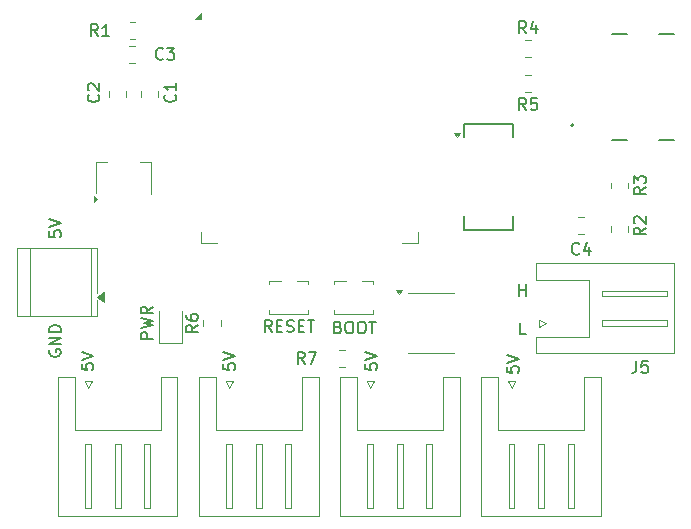
<source format=gto>
G04 #@! TF.GenerationSoftware,KiCad,Pcbnew,9.0.7*
G04 #@! TF.CreationDate,2026-01-19T10:27:03-08:00*
G04 #@! TF.ProjectId,Tesla Ambient Lighting,5465736c-6120-4416-9d62-69656e74204c,rev?*
G04 #@! TF.SameCoordinates,Original*
G04 #@! TF.FileFunction,Legend,Top*
G04 #@! TF.FilePolarity,Positive*
%FSLAX46Y46*%
G04 Gerber Fmt 4.6, Leading zero omitted, Abs format (unit mm)*
G04 Created by KiCad (PCBNEW 9.0.7) date 2026-01-19 10:27:03*
%MOMM*%
%LPD*%
G01*
G04 APERTURE LIST*
%ADD10C,0.150000*%
%ADD11C,0.120000*%
%ADD12C,0.200000*%
G04 APERTURE END LIST*
D10*
X124954819Y-114440476D02*
X124954819Y-114916666D01*
X124954819Y-114916666D02*
X125431009Y-114964285D01*
X125431009Y-114964285D02*
X125383390Y-114916666D01*
X125383390Y-114916666D02*
X125335771Y-114821428D01*
X125335771Y-114821428D02*
X125335771Y-114583333D01*
X125335771Y-114583333D02*
X125383390Y-114488095D01*
X125383390Y-114488095D02*
X125431009Y-114440476D01*
X125431009Y-114440476D02*
X125526247Y-114392857D01*
X125526247Y-114392857D02*
X125764342Y-114392857D01*
X125764342Y-114392857D02*
X125859580Y-114440476D01*
X125859580Y-114440476D02*
X125907200Y-114488095D01*
X125907200Y-114488095D02*
X125954819Y-114583333D01*
X125954819Y-114583333D02*
X125954819Y-114821428D01*
X125954819Y-114821428D02*
X125907200Y-114916666D01*
X125907200Y-114916666D02*
X125859580Y-114964285D01*
X124954819Y-114107142D02*
X125954819Y-113773809D01*
X125954819Y-113773809D02*
X124954819Y-113440476D01*
X136954819Y-114440476D02*
X136954819Y-114916666D01*
X136954819Y-114916666D02*
X137431009Y-114964285D01*
X137431009Y-114964285D02*
X137383390Y-114916666D01*
X137383390Y-114916666D02*
X137335771Y-114821428D01*
X137335771Y-114821428D02*
X137335771Y-114583333D01*
X137335771Y-114583333D02*
X137383390Y-114488095D01*
X137383390Y-114488095D02*
X137431009Y-114440476D01*
X137431009Y-114440476D02*
X137526247Y-114392857D01*
X137526247Y-114392857D02*
X137764342Y-114392857D01*
X137764342Y-114392857D02*
X137859580Y-114440476D01*
X137859580Y-114440476D02*
X137907200Y-114488095D01*
X137907200Y-114488095D02*
X137954819Y-114583333D01*
X137954819Y-114583333D02*
X137954819Y-114821428D01*
X137954819Y-114821428D02*
X137907200Y-114916666D01*
X137907200Y-114916666D02*
X137859580Y-114964285D01*
X136954819Y-114107142D02*
X137954819Y-113773809D01*
X137954819Y-113773809D02*
X136954819Y-113440476D01*
X122204819Y-103210476D02*
X122204819Y-103686666D01*
X122204819Y-103686666D02*
X122681009Y-103734285D01*
X122681009Y-103734285D02*
X122633390Y-103686666D01*
X122633390Y-103686666D02*
X122585771Y-103591428D01*
X122585771Y-103591428D02*
X122585771Y-103353333D01*
X122585771Y-103353333D02*
X122633390Y-103258095D01*
X122633390Y-103258095D02*
X122681009Y-103210476D01*
X122681009Y-103210476D02*
X122776247Y-103162857D01*
X122776247Y-103162857D02*
X123014342Y-103162857D01*
X123014342Y-103162857D02*
X123109580Y-103210476D01*
X123109580Y-103210476D02*
X123157200Y-103258095D01*
X123157200Y-103258095D02*
X123204819Y-103353333D01*
X123204819Y-103353333D02*
X123204819Y-103591428D01*
X123204819Y-103591428D02*
X123157200Y-103686666D01*
X123157200Y-103686666D02*
X123109580Y-103734285D01*
X122204819Y-102877142D02*
X123204819Y-102543809D01*
X123204819Y-102543809D02*
X122204819Y-102210476D01*
X148954819Y-114440476D02*
X148954819Y-114916666D01*
X148954819Y-114916666D02*
X149431009Y-114964285D01*
X149431009Y-114964285D02*
X149383390Y-114916666D01*
X149383390Y-114916666D02*
X149335771Y-114821428D01*
X149335771Y-114821428D02*
X149335771Y-114583333D01*
X149335771Y-114583333D02*
X149383390Y-114488095D01*
X149383390Y-114488095D02*
X149431009Y-114440476D01*
X149431009Y-114440476D02*
X149526247Y-114392857D01*
X149526247Y-114392857D02*
X149764342Y-114392857D01*
X149764342Y-114392857D02*
X149859580Y-114440476D01*
X149859580Y-114440476D02*
X149907200Y-114488095D01*
X149907200Y-114488095D02*
X149954819Y-114583333D01*
X149954819Y-114583333D02*
X149954819Y-114821428D01*
X149954819Y-114821428D02*
X149907200Y-114916666D01*
X149907200Y-114916666D02*
X149859580Y-114964285D01*
X148954819Y-114107142D02*
X149954819Y-113773809D01*
X149954819Y-113773809D02*
X148954819Y-113440476D01*
X162559523Y-111954819D02*
X162083333Y-111954819D01*
X162083333Y-111954819D02*
X162083333Y-110954819D01*
X146670112Y-111346009D02*
X146812969Y-111393628D01*
X146812969Y-111393628D02*
X146860588Y-111441247D01*
X146860588Y-111441247D02*
X146908207Y-111536485D01*
X146908207Y-111536485D02*
X146908207Y-111679342D01*
X146908207Y-111679342D02*
X146860588Y-111774580D01*
X146860588Y-111774580D02*
X146812969Y-111822200D01*
X146812969Y-111822200D02*
X146717731Y-111869819D01*
X146717731Y-111869819D02*
X146336779Y-111869819D01*
X146336779Y-111869819D02*
X146336779Y-110869819D01*
X146336779Y-110869819D02*
X146670112Y-110869819D01*
X146670112Y-110869819D02*
X146765350Y-110917438D01*
X146765350Y-110917438D02*
X146812969Y-110965057D01*
X146812969Y-110965057D02*
X146860588Y-111060295D01*
X146860588Y-111060295D02*
X146860588Y-111155533D01*
X146860588Y-111155533D02*
X146812969Y-111250771D01*
X146812969Y-111250771D02*
X146765350Y-111298390D01*
X146765350Y-111298390D02*
X146670112Y-111346009D01*
X146670112Y-111346009D02*
X146336779Y-111346009D01*
X147527255Y-110869819D02*
X147717731Y-110869819D01*
X147717731Y-110869819D02*
X147812969Y-110917438D01*
X147812969Y-110917438D02*
X147908207Y-111012676D01*
X147908207Y-111012676D02*
X147955826Y-111203152D01*
X147955826Y-111203152D02*
X147955826Y-111536485D01*
X147955826Y-111536485D02*
X147908207Y-111726961D01*
X147908207Y-111726961D02*
X147812969Y-111822200D01*
X147812969Y-111822200D02*
X147717731Y-111869819D01*
X147717731Y-111869819D02*
X147527255Y-111869819D01*
X147527255Y-111869819D02*
X147432017Y-111822200D01*
X147432017Y-111822200D02*
X147336779Y-111726961D01*
X147336779Y-111726961D02*
X147289160Y-111536485D01*
X147289160Y-111536485D02*
X147289160Y-111203152D01*
X147289160Y-111203152D02*
X147336779Y-111012676D01*
X147336779Y-111012676D02*
X147432017Y-110917438D01*
X147432017Y-110917438D02*
X147527255Y-110869819D01*
X148574874Y-110869819D02*
X148765350Y-110869819D01*
X148765350Y-110869819D02*
X148860588Y-110917438D01*
X148860588Y-110917438D02*
X148955826Y-111012676D01*
X148955826Y-111012676D02*
X149003445Y-111203152D01*
X149003445Y-111203152D02*
X149003445Y-111536485D01*
X149003445Y-111536485D02*
X148955826Y-111726961D01*
X148955826Y-111726961D02*
X148860588Y-111822200D01*
X148860588Y-111822200D02*
X148765350Y-111869819D01*
X148765350Y-111869819D02*
X148574874Y-111869819D01*
X148574874Y-111869819D02*
X148479636Y-111822200D01*
X148479636Y-111822200D02*
X148384398Y-111726961D01*
X148384398Y-111726961D02*
X148336779Y-111536485D01*
X148336779Y-111536485D02*
X148336779Y-111203152D01*
X148336779Y-111203152D02*
X148384398Y-111012676D01*
X148384398Y-111012676D02*
X148479636Y-110917438D01*
X148479636Y-110917438D02*
X148574874Y-110869819D01*
X149289160Y-110869819D02*
X149860588Y-110869819D01*
X149574874Y-111869819D02*
X149574874Y-110869819D01*
X122252438Y-113281904D02*
X122204819Y-113377142D01*
X122204819Y-113377142D02*
X122204819Y-113519999D01*
X122204819Y-113519999D02*
X122252438Y-113662856D01*
X122252438Y-113662856D02*
X122347676Y-113758094D01*
X122347676Y-113758094D02*
X122442914Y-113805713D01*
X122442914Y-113805713D02*
X122633390Y-113853332D01*
X122633390Y-113853332D02*
X122776247Y-113853332D01*
X122776247Y-113853332D02*
X122966723Y-113805713D01*
X122966723Y-113805713D02*
X123061961Y-113758094D01*
X123061961Y-113758094D02*
X123157200Y-113662856D01*
X123157200Y-113662856D02*
X123204819Y-113519999D01*
X123204819Y-113519999D02*
X123204819Y-113424761D01*
X123204819Y-113424761D02*
X123157200Y-113281904D01*
X123157200Y-113281904D02*
X123109580Y-113234285D01*
X123109580Y-113234285D02*
X122776247Y-113234285D01*
X122776247Y-113234285D02*
X122776247Y-113424761D01*
X123204819Y-112805713D02*
X122204819Y-112805713D01*
X122204819Y-112805713D02*
X123204819Y-112234285D01*
X123204819Y-112234285D02*
X122204819Y-112234285D01*
X123204819Y-111758094D02*
X122204819Y-111758094D01*
X122204819Y-111758094D02*
X122204819Y-111519999D01*
X122204819Y-111519999D02*
X122252438Y-111377142D01*
X122252438Y-111377142D02*
X122347676Y-111281904D01*
X122347676Y-111281904D02*
X122442914Y-111234285D01*
X122442914Y-111234285D02*
X122633390Y-111186666D01*
X122633390Y-111186666D02*
X122776247Y-111186666D01*
X122776247Y-111186666D02*
X122966723Y-111234285D01*
X122966723Y-111234285D02*
X123061961Y-111281904D01*
X123061961Y-111281904D02*
X123157200Y-111377142D01*
X123157200Y-111377142D02*
X123204819Y-111519999D01*
X123204819Y-111519999D02*
X123204819Y-111758094D01*
X161964286Y-108704819D02*
X161964286Y-107704819D01*
X161964286Y-108181009D02*
X162535714Y-108181009D01*
X162535714Y-108704819D02*
X162535714Y-107704819D01*
X160954819Y-114690476D02*
X160954819Y-115166666D01*
X160954819Y-115166666D02*
X161431009Y-115214285D01*
X161431009Y-115214285D02*
X161383390Y-115166666D01*
X161383390Y-115166666D02*
X161335771Y-115071428D01*
X161335771Y-115071428D02*
X161335771Y-114833333D01*
X161335771Y-114833333D02*
X161383390Y-114738095D01*
X161383390Y-114738095D02*
X161431009Y-114690476D01*
X161431009Y-114690476D02*
X161526247Y-114642857D01*
X161526247Y-114642857D02*
X161764342Y-114642857D01*
X161764342Y-114642857D02*
X161859580Y-114690476D01*
X161859580Y-114690476D02*
X161907200Y-114738095D01*
X161907200Y-114738095D02*
X161954819Y-114833333D01*
X161954819Y-114833333D02*
X161954819Y-115071428D01*
X161954819Y-115071428D02*
X161907200Y-115166666D01*
X161907200Y-115166666D02*
X161859580Y-115214285D01*
X160954819Y-114357142D02*
X161954819Y-114023809D01*
X161954819Y-114023809D02*
X160954819Y-113690476D01*
X171916666Y-114204819D02*
X171916666Y-114919104D01*
X171916666Y-114919104D02*
X171869047Y-115061961D01*
X171869047Y-115061961D02*
X171773809Y-115157200D01*
X171773809Y-115157200D02*
X171630952Y-115204819D01*
X171630952Y-115204819D02*
X171535714Y-115204819D01*
X172869047Y-114204819D02*
X172392857Y-114204819D01*
X172392857Y-114204819D02*
X172345238Y-114681009D01*
X172345238Y-114681009D02*
X172392857Y-114633390D01*
X172392857Y-114633390D02*
X172488095Y-114585771D01*
X172488095Y-114585771D02*
X172726190Y-114585771D01*
X172726190Y-114585771D02*
X172821428Y-114633390D01*
X172821428Y-114633390D02*
X172869047Y-114681009D01*
X172869047Y-114681009D02*
X172916666Y-114776247D01*
X172916666Y-114776247D02*
X172916666Y-115014342D01*
X172916666Y-115014342D02*
X172869047Y-115109580D01*
X172869047Y-115109580D02*
X172821428Y-115157200D01*
X172821428Y-115157200D02*
X172726190Y-115204819D01*
X172726190Y-115204819D02*
X172488095Y-115204819D01*
X172488095Y-115204819D02*
X172392857Y-115157200D01*
X172392857Y-115157200D02*
X172345238Y-115109580D01*
X167083333Y-105109580D02*
X167035714Y-105157200D01*
X167035714Y-105157200D02*
X166892857Y-105204819D01*
X166892857Y-105204819D02*
X166797619Y-105204819D01*
X166797619Y-105204819D02*
X166654762Y-105157200D01*
X166654762Y-105157200D02*
X166559524Y-105061961D01*
X166559524Y-105061961D02*
X166511905Y-104966723D01*
X166511905Y-104966723D02*
X166464286Y-104776247D01*
X166464286Y-104776247D02*
X166464286Y-104633390D01*
X166464286Y-104633390D02*
X166511905Y-104442914D01*
X166511905Y-104442914D02*
X166559524Y-104347676D01*
X166559524Y-104347676D02*
X166654762Y-104252438D01*
X166654762Y-104252438D02*
X166797619Y-104204819D01*
X166797619Y-104204819D02*
X166892857Y-104204819D01*
X166892857Y-104204819D02*
X167035714Y-104252438D01*
X167035714Y-104252438D02*
X167083333Y-104300057D01*
X167940476Y-104538152D02*
X167940476Y-105204819D01*
X167702381Y-104157200D02*
X167464286Y-104871485D01*
X167464286Y-104871485D02*
X168083333Y-104871485D01*
X134804819Y-111166666D02*
X134328628Y-111499999D01*
X134804819Y-111738094D02*
X133804819Y-111738094D01*
X133804819Y-111738094D02*
X133804819Y-111357142D01*
X133804819Y-111357142D02*
X133852438Y-111261904D01*
X133852438Y-111261904D02*
X133900057Y-111214285D01*
X133900057Y-111214285D02*
X133995295Y-111166666D01*
X133995295Y-111166666D02*
X134138152Y-111166666D01*
X134138152Y-111166666D02*
X134233390Y-111214285D01*
X134233390Y-111214285D02*
X134281009Y-111261904D01*
X134281009Y-111261904D02*
X134328628Y-111357142D01*
X134328628Y-111357142D02*
X134328628Y-111738094D01*
X133804819Y-110309523D02*
X133804819Y-110499999D01*
X133804819Y-110499999D02*
X133852438Y-110595237D01*
X133852438Y-110595237D02*
X133900057Y-110642856D01*
X133900057Y-110642856D02*
X134042914Y-110738094D01*
X134042914Y-110738094D02*
X134233390Y-110785713D01*
X134233390Y-110785713D02*
X134614342Y-110785713D01*
X134614342Y-110785713D02*
X134709580Y-110738094D01*
X134709580Y-110738094D02*
X134757200Y-110690475D01*
X134757200Y-110690475D02*
X134804819Y-110595237D01*
X134804819Y-110595237D02*
X134804819Y-110404761D01*
X134804819Y-110404761D02*
X134757200Y-110309523D01*
X134757200Y-110309523D02*
X134709580Y-110261904D01*
X134709580Y-110261904D02*
X134614342Y-110214285D01*
X134614342Y-110214285D02*
X134376247Y-110214285D01*
X134376247Y-110214285D02*
X134281009Y-110261904D01*
X134281009Y-110261904D02*
X134233390Y-110309523D01*
X134233390Y-110309523D02*
X134185771Y-110404761D01*
X134185771Y-110404761D02*
X134185771Y-110595237D01*
X134185771Y-110595237D02*
X134233390Y-110690475D01*
X134233390Y-110690475D02*
X134281009Y-110738094D01*
X134281009Y-110738094D02*
X134376247Y-110785713D01*
X162583333Y-92954819D02*
X162250000Y-92478628D01*
X162011905Y-92954819D02*
X162011905Y-91954819D01*
X162011905Y-91954819D02*
X162392857Y-91954819D01*
X162392857Y-91954819D02*
X162488095Y-92002438D01*
X162488095Y-92002438D02*
X162535714Y-92050057D01*
X162535714Y-92050057D02*
X162583333Y-92145295D01*
X162583333Y-92145295D02*
X162583333Y-92288152D01*
X162583333Y-92288152D02*
X162535714Y-92383390D01*
X162535714Y-92383390D02*
X162488095Y-92431009D01*
X162488095Y-92431009D02*
X162392857Y-92478628D01*
X162392857Y-92478628D02*
X162011905Y-92478628D01*
X163488095Y-91954819D02*
X163011905Y-91954819D01*
X163011905Y-91954819D02*
X162964286Y-92431009D01*
X162964286Y-92431009D02*
X163011905Y-92383390D01*
X163011905Y-92383390D02*
X163107143Y-92335771D01*
X163107143Y-92335771D02*
X163345238Y-92335771D01*
X163345238Y-92335771D02*
X163440476Y-92383390D01*
X163440476Y-92383390D02*
X163488095Y-92431009D01*
X163488095Y-92431009D02*
X163535714Y-92526247D01*
X163535714Y-92526247D02*
X163535714Y-92764342D01*
X163535714Y-92764342D02*
X163488095Y-92859580D01*
X163488095Y-92859580D02*
X163440476Y-92907200D01*
X163440476Y-92907200D02*
X163345238Y-92954819D01*
X163345238Y-92954819D02*
X163107143Y-92954819D01*
X163107143Y-92954819D02*
X163011905Y-92907200D01*
X163011905Y-92907200D02*
X162964286Y-92859580D01*
X141047618Y-111754819D02*
X140714285Y-111278628D01*
X140476190Y-111754819D02*
X140476190Y-110754819D01*
X140476190Y-110754819D02*
X140857142Y-110754819D01*
X140857142Y-110754819D02*
X140952380Y-110802438D01*
X140952380Y-110802438D02*
X140999999Y-110850057D01*
X140999999Y-110850057D02*
X141047618Y-110945295D01*
X141047618Y-110945295D02*
X141047618Y-111088152D01*
X141047618Y-111088152D02*
X140999999Y-111183390D01*
X140999999Y-111183390D02*
X140952380Y-111231009D01*
X140952380Y-111231009D02*
X140857142Y-111278628D01*
X140857142Y-111278628D02*
X140476190Y-111278628D01*
X141476190Y-111231009D02*
X141809523Y-111231009D01*
X141952380Y-111754819D02*
X141476190Y-111754819D01*
X141476190Y-111754819D02*
X141476190Y-110754819D01*
X141476190Y-110754819D02*
X141952380Y-110754819D01*
X142333333Y-111707200D02*
X142476190Y-111754819D01*
X142476190Y-111754819D02*
X142714285Y-111754819D01*
X142714285Y-111754819D02*
X142809523Y-111707200D01*
X142809523Y-111707200D02*
X142857142Y-111659580D01*
X142857142Y-111659580D02*
X142904761Y-111564342D01*
X142904761Y-111564342D02*
X142904761Y-111469104D01*
X142904761Y-111469104D02*
X142857142Y-111373866D01*
X142857142Y-111373866D02*
X142809523Y-111326247D01*
X142809523Y-111326247D02*
X142714285Y-111278628D01*
X142714285Y-111278628D02*
X142523809Y-111231009D01*
X142523809Y-111231009D02*
X142428571Y-111183390D01*
X142428571Y-111183390D02*
X142380952Y-111135771D01*
X142380952Y-111135771D02*
X142333333Y-111040533D01*
X142333333Y-111040533D02*
X142333333Y-110945295D01*
X142333333Y-110945295D02*
X142380952Y-110850057D01*
X142380952Y-110850057D02*
X142428571Y-110802438D01*
X142428571Y-110802438D02*
X142523809Y-110754819D01*
X142523809Y-110754819D02*
X142761904Y-110754819D01*
X142761904Y-110754819D02*
X142904761Y-110802438D01*
X143333333Y-111231009D02*
X143666666Y-111231009D01*
X143809523Y-111754819D02*
X143333333Y-111754819D01*
X143333333Y-111754819D02*
X143333333Y-110754819D01*
X143333333Y-110754819D02*
X143809523Y-110754819D01*
X144095238Y-110754819D02*
X144666666Y-110754819D01*
X144380952Y-111754819D02*
X144380952Y-110754819D01*
X126333333Y-86704819D02*
X126000000Y-86228628D01*
X125761905Y-86704819D02*
X125761905Y-85704819D01*
X125761905Y-85704819D02*
X126142857Y-85704819D01*
X126142857Y-85704819D02*
X126238095Y-85752438D01*
X126238095Y-85752438D02*
X126285714Y-85800057D01*
X126285714Y-85800057D02*
X126333333Y-85895295D01*
X126333333Y-85895295D02*
X126333333Y-86038152D01*
X126333333Y-86038152D02*
X126285714Y-86133390D01*
X126285714Y-86133390D02*
X126238095Y-86181009D01*
X126238095Y-86181009D02*
X126142857Y-86228628D01*
X126142857Y-86228628D02*
X125761905Y-86228628D01*
X127285714Y-86704819D02*
X126714286Y-86704819D01*
X127000000Y-86704819D02*
X127000000Y-85704819D01*
X127000000Y-85704819D02*
X126904762Y-85847676D01*
X126904762Y-85847676D02*
X126809524Y-85942914D01*
X126809524Y-85942914D02*
X126714286Y-85990533D01*
X162583333Y-86454819D02*
X162250000Y-85978628D01*
X162011905Y-86454819D02*
X162011905Y-85454819D01*
X162011905Y-85454819D02*
X162392857Y-85454819D01*
X162392857Y-85454819D02*
X162488095Y-85502438D01*
X162488095Y-85502438D02*
X162535714Y-85550057D01*
X162535714Y-85550057D02*
X162583333Y-85645295D01*
X162583333Y-85645295D02*
X162583333Y-85788152D01*
X162583333Y-85788152D02*
X162535714Y-85883390D01*
X162535714Y-85883390D02*
X162488095Y-85931009D01*
X162488095Y-85931009D02*
X162392857Y-85978628D01*
X162392857Y-85978628D02*
X162011905Y-85978628D01*
X163440476Y-85788152D02*
X163440476Y-86454819D01*
X163202381Y-85407200D02*
X162964286Y-86121485D01*
X162964286Y-86121485D02*
X163583333Y-86121485D01*
X143833333Y-114454819D02*
X143500000Y-113978628D01*
X143261905Y-114454819D02*
X143261905Y-113454819D01*
X143261905Y-113454819D02*
X143642857Y-113454819D01*
X143642857Y-113454819D02*
X143738095Y-113502438D01*
X143738095Y-113502438D02*
X143785714Y-113550057D01*
X143785714Y-113550057D02*
X143833333Y-113645295D01*
X143833333Y-113645295D02*
X143833333Y-113788152D01*
X143833333Y-113788152D02*
X143785714Y-113883390D01*
X143785714Y-113883390D02*
X143738095Y-113931009D01*
X143738095Y-113931009D02*
X143642857Y-113978628D01*
X143642857Y-113978628D02*
X143261905Y-113978628D01*
X144166667Y-113454819D02*
X144833333Y-113454819D01*
X144833333Y-113454819D02*
X144404762Y-114454819D01*
X132859580Y-91666666D02*
X132907200Y-91714285D01*
X132907200Y-91714285D02*
X132954819Y-91857142D01*
X132954819Y-91857142D02*
X132954819Y-91952380D01*
X132954819Y-91952380D02*
X132907200Y-92095237D01*
X132907200Y-92095237D02*
X132811961Y-92190475D01*
X132811961Y-92190475D02*
X132716723Y-92238094D01*
X132716723Y-92238094D02*
X132526247Y-92285713D01*
X132526247Y-92285713D02*
X132383390Y-92285713D01*
X132383390Y-92285713D02*
X132192914Y-92238094D01*
X132192914Y-92238094D02*
X132097676Y-92190475D01*
X132097676Y-92190475D02*
X132002438Y-92095237D01*
X132002438Y-92095237D02*
X131954819Y-91952380D01*
X131954819Y-91952380D02*
X131954819Y-91857142D01*
X131954819Y-91857142D02*
X132002438Y-91714285D01*
X132002438Y-91714285D02*
X132050057Y-91666666D01*
X132954819Y-90714285D02*
X132954819Y-91285713D01*
X132954819Y-90999999D02*
X131954819Y-90999999D01*
X131954819Y-90999999D02*
X132097676Y-91095237D01*
X132097676Y-91095237D02*
X132192914Y-91190475D01*
X132192914Y-91190475D02*
X132240533Y-91285713D01*
X130954819Y-112333332D02*
X129954819Y-112333332D01*
X129954819Y-112333332D02*
X129954819Y-111952380D01*
X129954819Y-111952380D02*
X130002438Y-111857142D01*
X130002438Y-111857142D02*
X130050057Y-111809523D01*
X130050057Y-111809523D02*
X130145295Y-111761904D01*
X130145295Y-111761904D02*
X130288152Y-111761904D01*
X130288152Y-111761904D02*
X130383390Y-111809523D01*
X130383390Y-111809523D02*
X130431009Y-111857142D01*
X130431009Y-111857142D02*
X130478628Y-111952380D01*
X130478628Y-111952380D02*
X130478628Y-112333332D01*
X129954819Y-111428570D02*
X130954819Y-111190475D01*
X130954819Y-111190475D02*
X130240533Y-110999999D01*
X130240533Y-110999999D02*
X130954819Y-110809523D01*
X130954819Y-110809523D02*
X129954819Y-110571428D01*
X130954819Y-109619047D02*
X130478628Y-109952380D01*
X130954819Y-110190475D02*
X129954819Y-110190475D01*
X129954819Y-110190475D02*
X129954819Y-109809523D01*
X129954819Y-109809523D02*
X130002438Y-109714285D01*
X130002438Y-109714285D02*
X130050057Y-109666666D01*
X130050057Y-109666666D02*
X130145295Y-109619047D01*
X130145295Y-109619047D02*
X130288152Y-109619047D01*
X130288152Y-109619047D02*
X130383390Y-109666666D01*
X130383390Y-109666666D02*
X130431009Y-109714285D01*
X130431009Y-109714285D02*
X130478628Y-109809523D01*
X130478628Y-109809523D02*
X130478628Y-110190475D01*
X172704819Y-102916666D02*
X172228628Y-103249999D01*
X172704819Y-103488094D02*
X171704819Y-103488094D01*
X171704819Y-103488094D02*
X171704819Y-103107142D01*
X171704819Y-103107142D02*
X171752438Y-103011904D01*
X171752438Y-103011904D02*
X171800057Y-102964285D01*
X171800057Y-102964285D02*
X171895295Y-102916666D01*
X171895295Y-102916666D02*
X172038152Y-102916666D01*
X172038152Y-102916666D02*
X172133390Y-102964285D01*
X172133390Y-102964285D02*
X172181009Y-103011904D01*
X172181009Y-103011904D02*
X172228628Y-103107142D01*
X172228628Y-103107142D02*
X172228628Y-103488094D01*
X171800057Y-102535713D02*
X171752438Y-102488094D01*
X171752438Y-102488094D02*
X171704819Y-102392856D01*
X171704819Y-102392856D02*
X171704819Y-102154761D01*
X171704819Y-102154761D02*
X171752438Y-102059523D01*
X171752438Y-102059523D02*
X171800057Y-102011904D01*
X171800057Y-102011904D02*
X171895295Y-101964285D01*
X171895295Y-101964285D02*
X171990533Y-101964285D01*
X171990533Y-101964285D02*
X172133390Y-102011904D01*
X172133390Y-102011904D02*
X172704819Y-102583332D01*
X172704819Y-102583332D02*
X172704819Y-101964285D01*
X131833333Y-88609580D02*
X131785714Y-88657200D01*
X131785714Y-88657200D02*
X131642857Y-88704819D01*
X131642857Y-88704819D02*
X131547619Y-88704819D01*
X131547619Y-88704819D02*
X131404762Y-88657200D01*
X131404762Y-88657200D02*
X131309524Y-88561961D01*
X131309524Y-88561961D02*
X131261905Y-88466723D01*
X131261905Y-88466723D02*
X131214286Y-88276247D01*
X131214286Y-88276247D02*
X131214286Y-88133390D01*
X131214286Y-88133390D02*
X131261905Y-87942914D01*
X131261905Y-87942914D02*
X131309524Y-87847676D01*
X131309524Y-87847676D02*
X131404762Y-87752438D01*
X131404762Y-87752438D02*
X131547619Y-87704819D01*
X131547619Y-87704819D02*
X131642857Y-87704819D01*
X131642857Y-87704819D02*
X131785714Y-87752438D01*
X131785714Y-87752438D02*
X131833333Y-87800057D01*
X132166667Y-87704819D02*
X132785714Y-87704819D01*
X132785714Y-87704819D02*
X132452381Y-88085771D01*
X132452381Y-88085771D02*
X132595238Y-88085771D01*
X132595238Y-88085771D02*
X132690476Y-88133390D01*
X132690476Y-88133390D02*
X132738095Y-88181009D01*
X132738095Y-88181009D02*
X132785714Y-88276247D01*
X132785714Y-88276247D02*
X132785714Y-88514342D01*
X132785714Y-88514342D02*
X132738095Y-88609580D01*
X132738095Y-88609580D02*
X132690476Y-88657200D01*
X132690476Y-88657200D02*
X132595238Y-88704819D01*
X132595238Y-88704819D02*
X132309524Y-88704819D01*
X132309524Y-88704819D02*
X132214286Y-88657200D01*
X132214286Y-88657200D02*
X132166667Y-88609580D01*
X172704819Y-99504166D02*
X172228628Y-99837499D01*
X172704819Y-100075594D02*
X171704819Y-100075594D01*
X171704819Y-100075594D02*
X171704819Y-99694642D01*
X171704819Y-99694642D02*
X171752438Y-99599404D01*
X171752438Y-99599404D02*
X171800057Y-99551785D01*
X171800057Y-99551785D02*
X171895295Y-99504166D01*
X171895295Y-99504166D02*
X172038152Y-99504166D01*
X172038152Y-99504166D02*
X172133390Y-99551785D01*
X172133390Y-99551785D02*
X172181009Y-99599404D01*
X172181009Y-99599404D02*
X172228628Y-99694642D01*
X172228628Y-99694642D02*
X172228628Y-100075594D01*
X171704819Y-99170832D02*
X171704819Y-98551785D01*
X171704819Y-98551785D02*
X172085771Y-98885118D01*
X172085771Y-98885118D02*
X172085771Y-98742261D01*
X172085771Y-98742261D02*
X172133390Y-98647023D01*
X172133390Y-98647023D02*
X172181009Y-98599404D01*
X172181009Y-98599404D02*
X172276247Y-98551785D01*
X172276247Y-98551785D02*
X172514342Y-98551785D01*
X172514342Y-98551785D02*
X172609580Y-98599404D01*
X172609580Y-98599404D02*
X172657200Y-98647023D01*
X172657200Y-98647023D02*
X172704819Y-98742261D01*
X172704819Y-98742261D02*
X172704819Y-99027975D01*
X172704819Y-99027975D02*
X172657200Y-99123213D01*
X172657200Y-99123213D02*
X172609580Y-99170832D01*
X126359580Y-91666666D02*
X126407200Y-91714285D01*
X126407200Y-91714285D02*
X126454819Y-91857142D01*
X126454819Y-91857142D02*
X126454819Y-91952380D01*
X126454819Y-91952380D02*
X126407200Y-92095237D01*
X126407200Y-92095237D02*
X126311961Y-92190475D01*
X126311961Y-92190475D02*
X126216723Y-92238094D01*
X126216723Y-92238094D02*
X126026247Y-92285713D01*
X126026247Y-92285713D02*
X125883390Y-92285713D01*
X125883390Y-92285713D02*
X125692914Y-92238094D01*
X125692914Y-92238094D02*
X125597676Y-92190475D01*
X125597676Y-92190475D02*
X125502438Y-92095237D01*
X125502438Y-92095237D02*
X125454819Y-91952380D01*
X125454819Y-91952380D02*
X125454819Y-91857142D01*
X125454819Y-91857142D02*
X125502438Y-91714285D01*
X125502438Y-91714285D02*
X125550057Y-91666666D01*
X125550057Y-91285713D02*
X125502438Y-91238094D01*
X125502438Y-91238094D02*
X125454819Y-91142856D01*
X125454819Y-91142856D02*
X125454819Y-90904761D01*
X125454819Y-90904761D02*
X125502438Y-90809523D01*
X125502438Y-90809523D02*
X125550057Y-90761904D01*
X125550057Y-90761904D02*
X125645295Y-90714285D01*
X125645295Y-90714285D02*
X125740533Y-90714285D01*
X125740533Y-90714285D02*
X125883390Y-90761904D01*
X125883390Y-90761904D02*
X126454819Y-91333332D01*
X126454819Y-91333332D02*
X126454819Y-90714285D01*
D11*
G04 #@! TO.C,J5*
X163395000Y-105940000D02*
X163395000Y-107360000D01*
X163395000Y-107360000D02*
X167895000Y-107360000D01*
X163395000Y-112140000D02*
X167895000Y-112140000D01*
X163395000Y-113560000D02*
X163395000Y-112140000D01*
X163705000Y-110700000D02*
X164305000Y-111000000D01*
X163705000Y-111300000D02*
X163705000Y-110700000D01*
X164305000Y-111000000D02*
X163705000Y-111300000D01*
X167895000Y-107360000D02*
X167895000Y-109750000D01*
X167895000Y-112140000D02*
X167895000Y-109750000D01*
X169005000Y-108250000D02*
X169005000Y-108750000D01*
X169005000Y-108750000D02*
X174505000Y-108750000D01*
X169005000Y-110750000D02*
X169005000Y-111250000D01*
X169005000Y-111250000D02*
X174505000Y-111250000D01*
X174505000Y-108250000D02*
X169005000Y-108250000D01*
X174505000Y-108750000D02*
X174505000Y-108250000D01*
X174505000Y-110750000D02*
X169005000Y-110750000D01*
X174505000Y-111250000D02*
X174505000Y-110750000D01*
X175115000Y-105940000D02*
X163395000Y-105940000D01*
X175115000Y-109750000D02*
X175115000Y-105940000D01*
X175115000Y-109750000D02*
X175115000Y-113560000D01*
X175115000Y-113560000D02*
X163395000Y-113560000D01*
G04 #@! TO.C,U4*
X126140000Y-99970000D02*
X126140000Y-97390000D01*
X127120000Y-97390000D02*
X126140000Y-97390000D01*
X129880000Y-97390000D02*
X130860000Y-97390000D01*
X130860000Y-97390000D02*
X130860000Y-100110000D01*
X126290000Y-100520000D02*
X125960000Y-100760000D01*
X125960000Y-100280000D01*
X126290000Y-100520000D01*
G36*
X126290000Y-100520000D02*
G01*
X125960000Y-100760000D01*
X125960000Y-100280000D01*
X126290000Y-100520000D01*
G37*
D12*
G04 #@! TO.C,J6*
X169850000Y-86530000D02*
X171100000Y-86530000D01*
X169850000Y-95470000D02*
X171100000Y-95470000D01*
X173820000Y-95470000D02*
X175100000Y-95470000D01*
X175100000Y-86530000D02*
X173820000Y-86530000D01*
X166600000Y-94250000D02*
G75*
G02*
X166400000Y-94250000I-100000J0D01*
G01*
X166400000Y-94250000D02*
G75*
G02*
X166600000Y-94250000I100000J0D01*
G01*
D10*
G04 #@! TO.C,U5*
X157325000Y-94132500D02*
X161475000Y-94132500D01*
X157325000Y-95242500D02*
X157325000Y-94132500D01*
X157325000Y-103082500D02*
X157325000Y-101972500D01*
X157325000Y-103082500D02*
X161475000Y-103082500D01*
X161475000Y-94132500D02*
X161475000Y-95242500D01*
X161475000Y-103082500D02*
X161475000Y-101972500D01*
D11*
X156762500Y-95242500D02*
X156522500Y-94912500D01*
X157002500Y-94912500D01*
X156762500Y-95242500D01*
G36*
X156762500Y-95242500D02*
G01*
X156522500Y-94912500D01*
X157002500Y-94912500D01*
X156762500Y-95242500D01*
G37*
G04 #@! TO.C,C4*
X166988748Y-102015000D02*
X167511252Y-102015000D01*
X166988748Y-103485000D02*
X167511252Y-103485000D01*
G04 #@! TO.C,R6*
X135265000Y-111227064D02*
X135265000Y-110772936D01*
X136735000Y-111227064D02*
X136735000Y-110772936D01*
G04 #@! TO.C,R5*
X162977064Y-87015000D02*
X162522936Y-87015000D01*
X162977064Y-88485000D02*
X162522936Y-88485000D01*
G04 #@! TO.C,RESET*
X140850000Y-107430000D02*
X140850000Y-107720000D01*
X140850000Y-107430000D02*
X141850000Y-107430000D01*
X140850000Y-110220000D02*
X140850000Y-109930000D01*
X144150000Y-107430000D02*
X143150000Y-107430000D01*
X144150000Y-107720000D02*
X144150000Y-107430000D01*
X144150000Y-109930000D02*
X144150000Y-110220000D01*
X144150000Y-110220000D02*
X140850000Y-110220000D01*
G04 #@! TO.C,SW1*
X146350000Y-107430000D02*
X146350000Y-107720000D01*
X146350000Y-107430000D02*
X147350000Y-107430000D01*
X146350000Y-110220000D02*
X146350000Y-109930000D01*
X149650000Y-107430000D02*
X148650000Y-107430000D01*
X149650000Y-107720000D02*
X149650000Y-107430000D01*
X149650000Y-109930000D02*
X149650000Y-110220000D01*
X149650000Y-110220000D02*
X146350000Y-110220000D01*
G04 #@! TO.C,J3*
X146840000Y-115590000D02*
X148260000Y-115590000D01*
X146840000Y-127310000D02*
X146840000Y-115590000D01*
X148260000Y-115590000D02*
X148260000Y-120090000D01*
X148260000Y-120090000D02*
X151900000Y-120090000D01*
X149100000Y-115900000D02*
X149700000Y-115900000D01*
X149150000Y-121200000D02*
X149150000Y-126700000D01*
X149150000Y-126700000D02*
X149650000Y-126700000D01*
X149400000Y-116500000D02*
X149100000Y-115900000D01*
X149650000Y-121200000D02*
X149150000Y-121200000D01*
X149650000Y-126700000D02*
X149650000Y-121200000D01*
X149700000Y-115900000D02*
X149400000Y-116500000D01*
X151650000Y-121200000D02*
X151650000Y-126700000D01*
X151650000Y-126700000D02*
X152150000Y-126700000D01*
X151900000Y-127310000D02*
X146840000Y-127310000D01*
X151900000Y-127310000D02*
X156960000Y-127310000D01*
X152150000Y-121200000D02*
X151650000Y-121200000D01*
X152150000Y-126700000D02*
X152150000Y-121200000D01*
X154150000Y-121200000D02*
X154150000Y-126700000D01*
X154150000Y-126700000D02*
X154650000Y-126700000D01*
X154650000Y-121200000D02*
X154150000Y-121200000D01*
X154650000Y-126700000D02*
X154650000Y-121200000D01*
X155540000Y-115590000D02*
X155540000Y-120090000D01*
X155540000Y-120090000D02*
X151900000Y-120090000D01*
X156960000Y-115590000D02*
X155540000Y-115590000D01*
X156960000Y-127310000D02*
X156960000Y-115590000D01*
G04 #@! TO.C,R1*
X129022936Y-85515000D02*
X129477064Y-85515000D01*
X129022936Y-86985000D02*
X129477064Y-86985000D01*
G04 #@! TO.C,R4*
X162522936Y-89965000D02*
X162977064Y-89965000D01*
X162522936Y-91435000D02*
X162977064Y-91435000D01*
G04 #@! TO.C,R7*
X147227064Y-113265000D02*
X146772936Y-113265000D01*
X147227064Y-114735000D02*
X146772936Y-114735000D01*
G04 #@! TO.C,C1*
X129985000Y-91313748D02*
X129985000Y-91836252D01*
X131455000Y-91313748D02*
X131455000Y-91836252D01*
G04 #@! TO.C,J2*
X134890000Y-115590000D02*
X136310000Y-115590000D01*
X134890000Y-127310000D02*
X134890000Y-115590000D01*
X136310000Y-115590000D02*
X136310000Y-120090000D01*
X136310000Y-120090000D02*
X139950000Y-120090000D01*
X137150000Y-115900000D02*
X137750000Y-115900000D01*
X137200000Y-121200000D02*
X137200000Y-126700000D01*
X137200000Y-126700000D02*
X137700000Y-126700000D01*
X137450000Y-116500000D02*
X137150000Y-115900000D01*
X137700000Y-121200000D02*
X137200000Y-121200000D01*
X137700000Y-126700000D02*
X137700000Y-121200000D01*
X137750000Y-115900000D02*
X137450000Y-116500000D01*
X139700000Y-121200000D02*
X139700000Y-126700000D01*
X139700000Y-126700000D02*
X140200000Y-126700000D01*
X139950000Y-127310000D02*
X134890000Y-127310000D01*
X139950000Y-127310000D02*
X145010000Y-127310000D01*
X140200000Y-121200000D02*
X139700000Y-121200000D01*
X140200000Y-126700000D02*
X140200000Y-121200000D01*
X142200000Y-121200000D02*
X142200000Y-126700000D01*
X142200000Y-126700000D02*
X142700000Y-126700000D01*
X142700000Y-121200000D02*
X142200000Y-121200000D01*
X142700000Y-126700000D02*
X142700000Y-121200000D01*
X143590000Y-115590000D02*
X143590000Y-120090000D01*
X143590000Y-120090000D02*
X139950000Y-120090000D01*
X145010000Y-115590000D02*
X143590000Y-115590000D01*
X145010000Y-127310000D02*
X145010000Y-115590000D01*
G04 #@! TO.C,J7*
X119497500Y-104630000D02*
X126237500Y-104630000D01*
X119497500Y-110410000D02*
X119497500Y-104630000D01*
X119497500Y-110410000D02*
X126237500Y-110410000D01*
X120617500Y-110410000D02*
X120617500Y-104630000D01*
X125717500Y-110410000D02*
X125717500Y-104630000D01*
X126237500Y-108490000D02*
X126237500Y-104630000D01*
X126237500Y-110410000D02*
X126237500Y-109090000D01*
X126847500Y-109230000D02*
X126237500Y-108790000D01*
X126847500Y-108350000D01*
X126847500Y-109230000D01*
G36*
X126847500Y-109230000D02*
G01*
X126237500Y-108790000D01*
X126847500Y-108350000D01*
X126847500Y-109230000D01*
G37*
G04 #@! TO.C,PWR*
X131540000Y-110000000D02*
X131540000Y-112685000D01*
X131540000Y-112685000D02*
X133460000Y-112685000D01*
X133460000Y-112685000D02*
X133460000Y-110000000D01*
G04 #@! TO.C,R2*
X169765000Y-103264564D02*
X169765000Y-102810436D01*
X171235000Y-103264564D02*
X171235000Y-102810436D01*
G04 #@! TO.C,C3*
X128988748Y-87515000D02*
X129511252Y-87515000D01*
X128988748Y-88985000D02*
X129511252Y-88985000D01*
G04 #@! TO.C,U1*
X135050000Y-104200000D02*
X135050000Y-103250000D01*
X136450000Y-104200000D02*
X135050000Y-104200000D01*
X152050000Y-104200000D02*
X153450000Y-104200000D01*
X153450000Y-104200000D02*
X153450000Y-103250000D01*
X135050000Y-85250000D02*
X134550000Y-85250000D01*
X135050000Y-84750000D01*
X135050000Y-85250000D01*
G36*
X135050000Y-85250000D02*
G01*
X134550000Y-85250000D01*
X135050000Y-84750000D01*
X135050000Y-85250000D01*
G37*
G04 #@! TO.C,J4*
X158790000Y-115590000D02*
X160210000Y-115590000D01*
X158790000Y-127310000D02*
X158790000Y-115590000D01*
X160210000Y-115590000D02*
X160210000Y-120090000D01*
X160210000Y-120090000D02*
X163850000Y-120090000D01*
X161050000Y-115900000D02*
X161650000Y-115900000D01*
X161100000Y-121200000D02*
X161100000Y-126700000D01*
X161100000Y-126700000D02*
X161600000Y-126700000D01*
X161350000Y-116500000D02*
X161050000Y-115900000D01*
X161600000Y-121200000D02*
X161100000Y-121200000D01*
X161600000Y-126700000D02*
X161600000Y-121200000D01*
X161650000Y-115900000D02*
X161350000Y-116500000D01*
X163600000Y-121200000D02*
X163600000Y-126700000D01*
X163600000Y-126700000D02*
X164100000Y-126700000D01*
X163850000Y-127310000D02*
X158790000Y-127310000D01*
X163850000Y-127310000D02*
X168910000Y-127310000D01*
X164100000Y-121200000D02*
X163600000Y-121200000D01*
X164100000Y-126700000D02*
X164100000Y-121200000D01*
X166100000Y-121200000D02*
X166100000Y-126700000D01*
X166100000Y-126700000D02*
X166600000Y-126700000D01*
X166600000Y-121200000D02*
X166100000Y-121200000D01*
X166600000Y-126700000D02*
X166600000Y-121200000D01*
X167490000Y-115590000D02*
X167490000Y-120090000D01*
X167490000Y-120090000D02*
X163850000Y-120090000D01*
X168910000Y-115590000D02*
X167490000Y-115590000D01*
X168910000Y-127310000D02*
X168910000Y-115590000D01*
G04 #@! TO.C,R3*
X169765000Y-99564564D02*
X169765000Y-99110436D01*
X171235000Y-99564564D02*
X171235000Y-99110436D01*
G04 #@! TO.C,C2*
X127265000Y-91313748D02*
X127265000Y-91836252D01*
X128735000Y-91313748D02*
X128735000Y-91836252D01*
G04 #@! TO.C,U2*
X154500000Y-108440000D02*
X152550000Y-108440000D01*
X154500000Y-108440000D02*
X156450000Y-108440000D01*
X154500000Y-113560000D02*
X152550000Y-113560000D01*
X154500000Y-113560000D02*
X156450000Y-113560000D01*
X151800000Y-108535000D02*
X151560000Y-108205000D01*
X152040000Y-108205000D01*
X151800000Y-108535000D01*
G36*
X151800000Y-108535000D02*
G01*
X151560000Y-108205000D01*
X152040000Y-108205000D01*
X151800000Y-108535000D01*
G37*
G04 #@! TO.C,J1*
X122940000Y-115590000D02*
X124360000Y-115590000D01*
X122940000Y-127310000D02*
X122940000Y-115590000D01*
X124360000Y-115590000D02*
X124360000Y-120090000D01*
X124360000Y-120090000D02*
X128000000Y-120090000D01*
X125200000Y-115900000D02*
X125800000Y-115900000D01*
X125250000Y-121200000D02*
X125250000Y-126700000D01*
X125250000Y-126700000D02*
X125750000Y-126700000D01*
X125500000Y-116500000D02*
X125200000Y-115900000D01*
X125750000Y-121200000D02*
X125250000Y-121200000D01*
X125750000Y-126700000D02*
X125750000Y-121200000D01*
X125800000Y-115900000D02*
X125500000Y-116500000D01*
X127750000Y-121200000D02*
X127750000Y-126700000D01*
X127750000Y-126700000D02*
X128250000Y-126700000D01*
X128000000Y-127310000D02*
X122940000Y-127310000D01*
X128000000Y-127310000D02*
X133060000Y-127310000D01*
X128250000Y-121200000D02*
X127750000Y-121200000D01*
X128250000Y-126700000D02*
X128250000Y-121200000D01*
X130250000Y-121200000D02*
X130250000Y-126700000D01*
X130250000Y-126700000D02*
X130750000Y-126700000D01*
X130750000Y-121200000D02*
X130250000Y-121200000D01*
X130750000Y-126700000D02*
X130750000Y-121200000D01*
X131640000Y-115590000D02*
X131640000Y-120090000D01*
X131640000Y-120090000D02*
X128000000Y-120090000D01*
X133060000Y-115590000D02*
X131640000Y-115590000D01*
X133060000Y-127310000D02*
X133060000Y-115590000D01*
G04 #@! TD*
M02*

</source>
